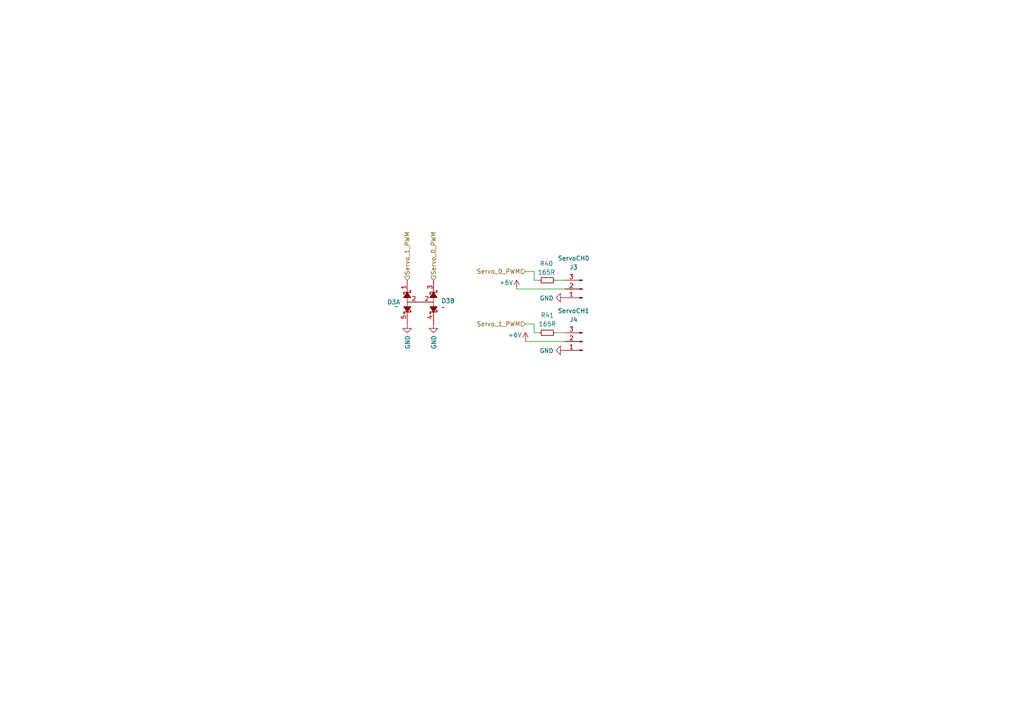
<source format=kicad_sch>
(kicad_sch (version 20231120) (generator "eeschema") (generator_version "8.0")
  (paper "A4")
  (lib_symbols
    (symbol "CPDV5-3V3UP_1"
      (property "Reference" "D" (at 0 -6.85 0))
      (symbol "CPDV5-3V3UP_1_0_1"
        (polyline (pts (xy 0 -12.938) (xy 0 -16.51)))
        (polyline (pts (xy -1.03 -13.9125) (xy -0.014 -12.3885) (xy 1.002 -13.9125) (xy -1.03 -13.9125)) (stroke (width 0.254)) (fill (type outline)))
        (polyline (pts (xy 1.0339 -16.5776) (xy 0.0179 -18.1016) (xy -0.9981 -16.5776) (xy 1.0339 -16.5776)) (stroke (width 0.254)) (fill (type outline)))
        (polyline (pts (xy -0.7441 -18.6096) (xy -0.9981 -18.6096) (xy -0.9981 -18.1016) (xy 1.0339 -18.1016) (xy 1.0339 -17.5936) (xy 0.7799 -17.5936)) (stroke (width 0.254)))
        (polyline (pts (xy 0.748 -11.8805) (xy 1.002 -11.8805) (xy 1.002 -12.3885) (xy -1.03 -12.3885) (xy -1.03 -12.8965) (xy -0.776 -12.8965)) (stroke (width 0.254)))
      )
      (symbol "CPDV5-3V3UP_1_1_1"
        (pin passive line (at 0 -8.89 270) (length 4) (name "") (number "1"))
        (pin passive line (at 3.81 -15.24 180) (length 3.7) (name "") (number "2"))
        (pin passive line (at 0 -21.59 90) (length 4) (name "") (number "5"))
      )
      (symbol "CPDV5-3V3UP_1_2_1"
        (pin passive line (at 3.81 -15.24 180) (length 3.7) (name "") (number "2"))
        (pin passive line (at 0 -21.59 90) (length 4) (name "") (number "3"))
        (pin passive line (at 0 -8.89 270) (length 4) (name "") (number "4"))
      )
    )
    (symbol "Connector:Conn_01x03_Male" (pin_names (offset 1.016) hide)
      (property "Reference" "J" (at 0 5.08 0))
      (property "Value" "Conn_01x03_Male" (at 0 -5.08 0))
      (symbol "Conn_01x03_Male_1_1"
        (polyline (pts (xy 1.27 -2.54) (xy 0.8636 -2.54)) (stroke (width 0.1524)))
        (polyline (pts (xy 1.27 0) (xy 0.8636 0)) (stroke (width 0.1524)))
        (polyline (pts (xy 1.27 2.54) (xy 0.8636 2.54)) (stroke (width 0.1524)))
        (rectangle (start 0.8636 -2.413) (end 0 -2.667) (stroke (width 0.1524)) (fill (type outline)))
        (rectangle (start 0.8636 0.127) (end 0 -0.127) (stroke (width 0.1524)) (fill (type outline)))
        (rectangle (start 0.8636 2.667) (end 0 2.413) (stroke (width 0.1524)) (fill (type outline)))
        (pin passive line (at 5.08 2.54 180) (length 3.81) (name "Pin_1") (number "1"))
        (pin passive line (at 5.08 0 180) (length 3.81) (name "Pin_2") (number "2"))
        (pin passive line (at 5.08 -2.54 180) (length 3.81) (name "Pin_3") (number "3"))
      )
    )
    (symbol "Device:R_Small" (pin_numbers hide) (pin_names (offset 0.254) hide)
      (property "Reference" "R" (at 0.762 0.508 0))
      (property "Value" "R_Small" (at 0.762 -1.016 0))
      (symbol "R_Small_0_1"
        (rectangle (start -0.762 1.778) (end 0.762 -1.778) (stroke (width 0.2032)))
      )
      (symbol "R_Small_1_1"
        (pin passive line (at 0 2.54 270) (length 0.762) (name "~") (number "1"))
        (pin passive line (at 0 -2.54 90) (length 0.762) (name "~") (number "2"))
      )
    )
    (symbol "iclr:CPDV5-3V3UP"
      (property "Reference" "D" (at 0 -6.85 0))
      (symbol "CPDV5-3V3UP_0_1"
        (polyline (pts (xy 0 -12.938) (xy 0 -16.51)))
        (polyline (pts (xy -1.03 -13.9125) (xy -0.014 -12.3885) (xy 1.002 -13.9125) (xy -1.03 -13.9125)) (stroke (width 0.254)) (fill (type outline)))
        (polyline (pts (xy 1.0339 -16.5776) (xy 0.0179 -18.1016) (xy -0.9981 -16.5776) (xy 1.0339 -16.5776)) (stroke (width 0.254)) (fill (type outline)))
        (polyline (pts (xy -0.7441 -18.6096) (xy -0.9981 -18.6096) (xy -0.9981 -18.1016) (xy 1.0339 -18.1016) (xy 1.0339 -17.5936) (xy 0.7799 -17.5936)) (stroke (width 0.254)))
        (polyline (pts (xy 0.748 -11.8805) (xy 1.002 -11.8805) (xy 1.002 -12.3885) (xy -1.03 -12.3885) (xy -1.03 -12.8965) (xy -0.776 -12.8965)) (stroke (width 0.254)))
      )
      (symbol "CPDV5-3V3UP_1_1"
        (pin passive line (at 0 -8.89 270) (length 4) (name "") (number "1"))
        (pin passive line (at 3.81 -15.24 180) (length 3.7) (name "") (number "2"))
        (pin passive line (at 0 -21.59 90) (length 4) (name "") (number "5"))
      )
      (symbol "CPDV5-3V3UP_2_1"
        (pin passive line (at 3.81 -15.24 180) (length 3.7) (name "") (number "2"))
        (pin passive line (at 0 -21.59 90) (length 4) (name "") (number "3"))
        (pin passive line (at 0 -8.89 270) (length 4) (name "") (number "4"))
      )
    )
    (symbol "power:+6V" (power) (pin_names (offset 0))
      (property "Value" "+6V" (at 0 3.556 0))
      (symbol "+6V_0_1"
        (polyline (pts (xy -0.762 1.27) (xy 0 2.54)))
        (polyline (pts (xy 0 0) (xy 0 2.54)))
        (polyline (pts (xy 0 2.54) (xy 0.762 1.27)))
      )
      (symbol "+6V_1_1"
        (pin power_in line (at 0 0 90) (length 0) hide (name "+6V") (number "1"))
      )
    )
    (symbol "power:GND" (power) (pin_names (offset 0))
      (property "Value" "GND" (at 0 -3.81 0))
      (symbol "GND_0_1"
        (polyline (pts (xy 0 0) (xy 0 -1.27) (xy 1.27 -1.27) (xy 0 -2.54) (xy -1.27 -1.27) (xy 0 -1.27)))
      )
      (symbol "GND_1_1"
        (pin power_in line (at 0 0 270) (length 0) hide (name "GND") (number "1"))
      )
    )
  )
  (wire (pts (xy 154.94 81.28) (xy 156.21 81.28)))
  (wire (pts (xy 161.29 81.28) (xy 163.83 81.28)))
  (wire (pts (xy 163.83 83.82) (xy 149.86 83.82)))
  (wire (pts (xy 154.94 96.52) (xy 156.21 96.52)))
  (wire (pts (xy 161.29 96.52) (xy 163.83 96.52)))
  (wire (pts (xy 152.4 78.74) (xy 154.94 78.74)))
  (wire (pts (xy 154.94 93.98) (xy 154.94 96.52)))
  (wire (pts (xy 152.4 93.98) (xy 154.94 93.98)))
  (wire (pts (xy 154.94 78.74) (xy 154.94 81.28)))
  (wire (pts (xy 163.83 99.06) (xy 152.4 99.06)))
  (hierarchical_label "Servo_0_PWM" (shape input) (at 125.73 81.28 90))
  (hierarchical_label "Servo_1_PWM" (shape input) (at 118.11 81.28 90))
  (hierarchical_label "Servo_0_PWM" (shape input) (at 152.4 78.74 180))
  (hierarchical_label "Servo_1_PWM" (shape input) (at 152.4 93.98 180))
  (symbol (lib_id "Device:R_Small") (at 158.75 96.52 90) (unit 1)
    (property "Reference" "R41" (at 158.75 91.44 90))
    (property "Value" "165R" (at 158.75 93.98 90))
    (property "Footprint" "Resistor_SMD:R_0402_1005Metric" (effects (hide yes)))
    (property "Description" "Resistor, small symbol" (effects (hide yes)))
    (property "MPN" " RK73H1ETTP1650F " (effects (hide yes)))
  )
  (symbol (lib_name "CPDV5-3V3UP_1") (lib_id "iclr:CPDV5-3V3UP") (at 125.73 102.87 180) (unit 2)
    (property "Reference" "D3" (at 127.9717 87.2649 0) (effects (justify right)))
    (property "Value" "~" (at 127.9717 89.17 0) (effects (justify right)))
    (property "Footprint" "Package_TO_SOT_SMD:SOT-353_SC-70-5" (effects (hide yes)))
    (property "Datasheet" "https://www.mouser.co.uk/datasheet/2/80/CPDV5_3V3UP_HF_RevB181493-2505215.pdf" (effects (hide yes)))
    (property "Description" "2 channel double backed zener TVS diode" (effects (hide yes)))
  )
  (symbol (lib_id "power:GND") (at 125.73 93.98 0) (unit 1)
    (property "Reference" "#PWR024" (effects (hide yes)))
    (property "Value" "GND" (at 125.857 97.2312 90) (effects (justify right)))
  )
  (symbol (lib_id "power:+6V") (at 149.86 83.82 0) (unit 1)
    (property "Reference" "#PWR028" (effects (hide yes)))
    (property "Value" "+6V" (at 146.7953 81.9478 0))
  )
  (symbol (lib_id "power:GND") (at 163.83 101.6 270) (unit 1)
    (property "Reference" "#PWR087" (effects (hide yes)))
    (property "Value" "GND" (at 160.5788 101.727 90) (effects (justify right)))
  )
  (symbol (lib_id "power:GND") (at 163.83 86.36 270) (unit 1)
    (property "Reference" "#PWR086" (effects (hide yes)))
    (property "Value" "GND" (at 160.5788 86.487 90) (effects (justify right)))
  )
  (symbol (lib_id "Connector:Conn_01x03_Male") (at 168.91 83.82 180) (unit 1)
    (property "Reference" "J3" (at 166.37 77.47 0))
    (property "Value" "ServoCH0" (at 166.37 74.93 0))
    (property "Footprint" "iclr:Molex_Nano-Fit_105313-xx03_1x03_P2.50mm_Horizontal" (effects (hide yes)))
  )
  (symbol (lib_id "Connector:Conn_01x03_Male") (at 168.91 99.06 180) (unit 1)
    (property "Reference" "J4" (at 166.37 92.71 0))
    (property "Value" "ServoCH1" (at 166.37 90.17 0))
    (property "Footprint" "iclr:Molex_Nano-Fit_105313-xx03_1x03_P2.50mm_Horizontal" (effects (hide yes)))
  )
  (symbol (lib_id "iclr:CPDV5-3V3UP") (at 118.11 72.39 0) (unit 1)
    (property "Reference" "D3" (at 116.078 87.63 0) (effects (justify right)))
    (property "Value" "~" (at 115.57 88.9 0) (effects (justify right)))
    (property "Footprint" "Package_TO_SOT_SMD:SOT-353_SC-70-5" (effects (hide yes)))
    (property "Datasheet" "https://www.mouser.co.uk/datasheet/2/80/CPDV5_3V3UP_HF_RevB181493-2505215.pdf" (effects (hide yes)))
    (property "Description" "2 channel double backed zener TVS diode" (effects (hide yes)))
  )
  (symbol (lib_id "Device:R_Small") (at 158.75 81.28 90) (unit 1)
    (property "Reference" "R40" (at 158.496 76.454 90))
    (property "Value" "165R" (at 158.496 78.994 90))
    (property "Footprint" "Resistor_SMD:R_0402_1005Metric" (effects (hide yes)))
    (property "Description" "Resistor, small symbol" (effects (hide yes)))
    (property "MPN" " RK73H1ETTP1650F " (effects (hide yes)))
  )
  (symbol (lib_id "power:GND") (at 118.11 93.98 0) (unit 1)
    (property "Reference" "#PWR023" (effects (hide yes)))
    (property "Value" "GND" (at 118.237 97.2312 90) (effects (justify right)))
  )
  (symbol (lib_id "power:+6V") (at 152.4 99.06 0) (unit 1)
    (property "Reference" "#PWR029" (effects (hide yes)))
    (property "Value" "+6V" (at 149.3353 97.1878 0))
  )
)
</source>
